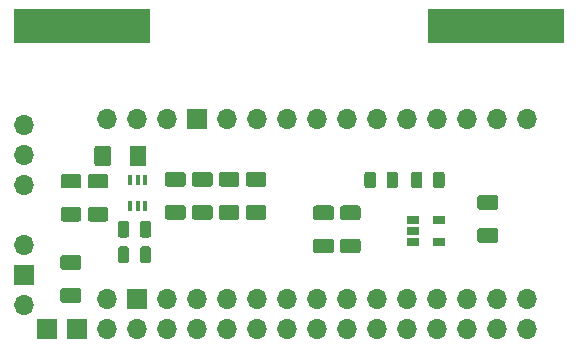
<source format=gbr>
G04 #@! TF.GenerationSoftware,KiCad,Pcbnew,5.1.5+dfsg1-2build2*
G04 #@! TF.CreationDate,2021-06-15T21:01:14+02:00*
G04 #@! TF.ProjectId,circuit9,63697263-7569-4743-992e-6b696361645f,rev?*
G04 #@! TF.SameCoordinates,Original*
G04 #@! TF.FileFunction,Soldermask,Top*
G04 #@! TF.FilePolarity,Negative*
%FSLAX46Y46*%
G04 Gerber Fmt 4.6, Leading zero omitted, Abs format (unit mm)*
G04 Created by KiCad (PCBNEW 5.1.5+dfsg1-2build2) date 2021-06-15 21:01:14*
%MOMM*%
%LPD*%
G04 APERTURE LIST*
%ADD10C,0.100000*%
%ADD11O,1.700000X1.700000*%
%ADD12R,1.700000X1.700000*%
%ADD13R,6.000000X3.000000*%
%ADD14R,0.400000X0.900000*%
%ADD15R,1.060000X0.650000*%
G04 APERTURE END LIST*
D10*
G36*
X35050642Y-43865474D02*
G01*
X35074303Y-43868984D01*
X35097507Y-43874796D01*
X35120029Y-43882854D01*
X35141653Y-43893082D01*
X35162170Y-43905379D01*
X35181383Y-43919629D01*
X35199107Y-43935693D01*
X35215171Y-43953417D01*
X35229421Y-43972630D01*
X35241718Y-43993147D01*
X35251946Y-44014771D01*
X35260004Y-44037293D01*
X35265816Y-44060497D01*
X35269326Y-44084158D01*
X35270500Y-44108050D01*
X35270500Y-45020550D01*
X35269326Y-45044442D01*
X35265816Y-45068103D01*
X35260004Y-45091307D01*
X35251946Y-45113829D01*
X35241718Y-45135453D01*
X35229421Y-45155970D01*
X35215171Y-45175183D01*
X35199107Y-45192907D01*
X35181383Y-45208971D01*
X35162170Y-45223221D01*
X35141653Y-45235518D01*
X35120029Y-45245746D01*
X35097507Y-45253804D01*
X35074303Y-45259616D01*
X35050642Y-45263126D01*
X35026750Y-45264300D01*
X34539250Y-45264300D01*
X34515358Y-45263126D01*
X34491697Y-45259616D01*
X34468493Y-45253804D01*
X34445971Y-45245746D01*
X34424347Y-45235518D01*
X34403830Y-45223221D01*
X34384617Y-45208971D01*
X34366893Y-45192907D01*
X34350829Y-45175183D01*
X34336579Y-45155970D01*
X34324282Y-45135453D01*
X34314054Y-45113829D01*
X34305996Y-45091307D01*
X34300184Y-45068103D01*
X34296674Y-45044442D01*
X34295500Y-45020550D01*
X34295500Y-44108050D01*
X34296674Y-44084158D01*
X34300184Y-44060497D01*
X34305996Y-44037293D01*
X34314054Y-44014771D01*
X34324282Y-43993147D01*
X34336579Y-43972630D01*
X34350829Y-43953417D01*
X34366893Y-43935693D01*
X34384617Y-43919629D01*
X34403830Y-43905379D01*
X34424347Y-43893082D01*
X34445971Y-43882854D01*
X34468493Y-43874796D01*
X34491697Y-43868984D01*
X34515358Y-43865474D01*
X34539250Y-43864300D01*
X35026750Y-43864300D01*
X35050642Y-43865474D01*
G37*
G36*
X33175642Y-43865474D02*
G01*
X33199303Y-43868984D01*
X33222507Y-43874796D01*
X33245029Y-43882854D01*
X33266653Y-43893082D01*
X33287170Y-43905379D01*
X33306383Y-43919629D01*
X33324107Y-43935693D01*
X33340171Y-43953417D01*
X33354421Y-43972630D01*
X33366718Y-43993147D01*
X33376946Y-44014771D01*
X33385004Y-44037293D01*
X33390816Y-44060497D01*
X33394326Y-44084158D01*
X33395500Y-44108050D01*
X33395500Y-45020550D01*
X33394326Y-45044442D01*
X33390816Y-45068103D01*
X33385004Y-45091307D01*
X33376946Y-45113829D01*
X33366718Y-45135453D01*
X33354421Y-45155970D01*
X33340171Y-45175183D01*
X33324107Y-45192907D01*
X33306383Y-45208971D01*
X33287170Y-45223221D01*
X33266653Y-45235518D01*
X33245029Y-45245746D01*
X33222507Y-45253804D01*
X33199303Y-45259616D01*
X33175642Y-45263126D01*
X33151750Y-45264300D01*
X32664250Y-45264300D01*
X32640358Y-45263126D01*
X32616697Y-45259616D01*
X32593493Y-45253804D01*
X32570971Y-45245746D01*
X32549347Y-45235518D01*
X32528830Y-45223221D01*
X32509617Y-45208971D01*
X32491893Y-45192907D01*
X32475829Y-45175183D01*
X32461579Y-45155970D01*
X32449282Y-45135453D01*
X32439054Y-45113829D01*
X32430996Y-45091307D01*
X32425184Y-45068103D01*
X32421674Y-45044442D01*
X32420500Y-45020550D01*
X32420500Y-44108050D01*
X32421674Y-44084158D01*
X32425184Y-44060497D01*
X32430996Y-44037293D01*
X32439054Y-44014771D01*
X32449282Y-43993147D01*
X32461579Y-43972630D01*
X32475829Y-43953417D01*
X32491893Y-43935693D01*
X32509617Y-43919629D01*
X32528830Y-43905379D01*
X32549347Y-43893082D01*
X32570971Y-43882854D01*
X32593493Y-43874796D01*
X32616697Y-43868984D01*
X32640358Y-43865474D01*
X32664250Y-43864300D01*
X33151750Y-43864300D01*
X33175642Y-43865474D01*
G37*
D11*
X67056000Y-50457100D03*
X64516000Y-50457100D03*
X61976000Y-50457100D03*
X59436000Y-50457100D03*
X56896000Y-50457100D03*
X54356000Y-50457100D03*
X51816000Y-50457100D03*
X49276000Y-50457100D03*
X46736000Y-50457100D03*
X44196000Y-50457100D03*
X41656000Y-50457100D03*
X39116000Y-50457100D03*
X36576000Y-50457100D03*
D12*
X34036000Y-50457100D03*
D11*
X31496000Y-50457100D03*
X67056000Y-35217100D03*
X64516000Y-35217100D03*
X61976000Y-35217100D03*
X59436000Y-35217100D03*
X56896000Y-35217100D03*
X54356000Y-35217100D03*
X51816000Y-35217100D03*
X49276000Y-35217100D03*
X46736000Y-35217100D03*
X44196000Y-35217100D03*
X41656000Y-35217100D03*
D12*
X39116000Y-35217100D03*
D11*
X36576000Y-35217100D03*
X34036000Y-35217100D03*
X31496000Y-35217100D03*
D10*
G36*
X55942142Y-39687174D02*
G01*
X55965803Y-39690684D01*
X55989007Y-39696496D01*
X56011529Y-39704554D01*
X56033153Y-39714782D01*
X56053670Y-39727079D01*
X56072883Y-39741329D01*
X56090607Y-39757393D01*
X56106671Y-39775117D01*
X56120921Y-39794330D01*
X56133218Y-39814847D01*
X56143446Y-39836471D01*
X56151504Y-39858993D01*
X56157316Y-39882197D01*
X56160826Y-39905858D01*
X56162000Y-39929750D01*
X56162000Y-40842250D01*
X56160826Y-40866142D01*
X56157316Y-40889803D01*
X56151504Y-40913007D01*
X56143446Y-40935529D01*
X56133218Y-40957153D01*
X56120921Y-40977670D01*
X56106671Y-40996883D01*
X56090607Y-41014607D01*
X56072883Y-41030671D01*
X56053670Y-41044921D01*
X56033153Y-41057218D01*
X56011529Y-41067446D01*
X55989007Y-41075504D01*
X55965803Y-41081316D01*
X55942142Y-41084826D01*
X55918250Y-41086000D01*
X55430750Y-41086000D01*
X55406858Y-41084826D01*
X55383197Y-41081316D01*
X55359993Y-41075504D01*
X55337471Y-41067446D01*
X55315847Y-41057218D01*
X55295330Y-41044921D01*
X55276117Y-41030671D01*
X55258393Y-41014607D01*
X55242329Y-40996883D01*
X55228079Y-40977670D01*
X55215782Y-40957153D01*
X55205554Y-40935529D01*
X55197496Y-40913007D01*
X55191684Y-40889803D01*
X55188174Y-40866142D01*
X55187000Y-40842250D01*
X55187000Y-39929750D01*
X55188174Y-39905858D01*
X55191684Y-39882197D01*
X55197496Y-39858993D01*
X55205554Y-39836471D01*
X55215782Y-39814847D01*
X55228079Y-39794330D01*
X55242329Y-39775117D01*
X55258393Y-39757393D01*
X55276117Y-39741329D01*
X55295330Y-39727079D01*
X55315847Y-39714782D01*
X55337471Y-39704554D01*
X55359993Y-39696496D01*
X55383197Y-39690684D01*
X55406858Y-39687174D01*
X55430750Y-39686000D01*
X55918250Y-39686000D01*
X55942142Y-39687174D01*
G37*
G36*
X54067142Y-39687174D02*
G01*
X54090803Y-39690684D01*
X54114007Y-39696496D01*
X54136529Y-39704554D01*
X54158153Y-39714782D01*
X54178670Y-39727079D01*
X54197883Y-39741329D01*
X54215607Y-39757393D01*
X54231671Y-39775117D01*
X54245921Y-39794330D01*
X54258218Y-39814847D01*
X54268446Y-39836471D01*
X54276504Y-39858993D01*
X54282316Y-39882197D01*
X54285826Y-39905858D01*
X54287000Y-39929750D01*
X54287000Y-40842250D01*
X54285826Y-40866142D01*
X54282316Y-40889803D01*
X54276504Y-40913007D01*
X54268446Y-40935529D01*
X54258218Y-40957153D01*
X54245921Y-40977670D01*
X54231671Y-40996883D01*
X54215607Y-41014607D01*
X54197883Y-41030671D01*
X54178670Y-41044921D01*
X54158153Y-41057218D01*
X54136529Y-41067446D01*
X54114007Y-41075504D01*
X54090803Y-41081316D01*
X54067142Y-41084826D01*
X54043250Y-41086000D01*
X53555750Y-41086000D01*
X53531858Y-41084826D01*
X53508197Y-41081316D01*
X53484993Y-41075504D01*
X53462471Y-41067446D01*
X53440847Y-41057218D01*
X53420330Y-41044921D01*
X53401117Y-41030671D01*
X53383393Y-41014607D01*
X53367329Y-40996883D01*
X53353079Y-40977670D01*
X53340782Y-40957153D01*
X53330554Y-40935529D01*
X53322496Y-40913007D01*
X53316684Y-40889803D01*
X53313174Y-40866142D01*
X53312000Y-40842250D01*
X53312000Y-39929750D01*
X53313174Y-39905858D01*
X53316684Y-39882197D01*
X53322496Y-39858993D01*
X53330554Y-39836471D01*
X53340782Y-39814847D01*
X53353079Y-39794330D01*
X53367329Y-39775117D01*
X53383393Y-39757393D01*
X53401117Y-39741329D01*
X53420330Y-39727079D01*
X53440847Y-39714782D01*
X53462471Y-39704554D01*
X53484993Y-39696496D01*
X53508197Y-39690684D01*
X53531858Y-39687174D01*
X53555750Y-39686000D01*
X54043250Y-39686000D01*
X54067142Y-39687174D01*
G37*
D13*
X61624400Y-27355800D03*
X32224400Y-27355800D03*
X67224400Y-27355800D03*
X26624400Y-27355800D03*
D10*
G36*
X35050642Y-46024474D02*
G01*
X35074303Y-46027984D01*
X35097507Y-46033796D01*
X35120029Y-46041854D01*
X35141653Y-46052082D01*
X35162170Y-46064379D01*
X35181383Y-46078629D01*
X35199107Y-46094693D01*
X35215171Y-46112417D01*
X35229421Y-46131630D01*
X35241718Y-46152147D01*
X35251946Y-46173771D01*
X35260004Y-46196293D01*
X35265816Y-46219497D01*
X35269326Y-46243158D01*
X35270500Y-46267050D01*
X35270500Y-47179550D01*
X35269326Y-47203442D01*
X35265816Y-47227103D01*
X35260004Y-47250307D01*
X35251946Y-47272829D01*
X35241718Y-47294453D01*
X35229421Y-47314970D01*
X35215171Y-47334183D01*
X35199107Y-47351907D01*
X35181383Y-47367971D01*
X35162170Y-47382221D01*
X35141653Y-47394518D01*
X35120029Y-47404746D01*
X35097507Y-47412804D01*
X35074303Y-47418616D01*
X35050642Y-47422126D01*
X35026750Y-47423300D01*
X34539250Y-47423300D01*
X34515358Y-47422126D01*
X34491697Y-47418616D01*
X34468493Y-47412804D01*
X34445971Y-47404746D01*
X34424347Y-47394518D01*
X34403830Y-47382221D01*
X34384617Y-47367971D01*
X34366893Y-47351907D01*
X34350829Y-47334183D01*
X34336579Y-47314970D01*
X34324282Y-47294453D01*
X34314054Y-47272829D01*
X34305996Y-47250307D01*
X34300184Y-47227103D01*
X34296674Y-47203442D01*
X34295500Y-47179550D01*
X34295500Y-46267050D01*
X34296674Y-46243158D01*
X34300184Y-46219497D01*
X34305996Y-46196293D01*
X34314054Y-46173771D01*
X34324282Y-46152147D01*
X34336579Y-46131630D01*
X34350829Y-46112417D01*
X34366893Y-46094693D01*
X34384617Y-46078629D01*
X34403830Y-46064379D01*
X34424347Y-46052082D01*
X34445971Y-46041854D01*
X34468493Y-46033796D01*
X34491697Y-46027984D01*
X34515358Y-46024474D01*
X34539250Y-46023300D01*
X35026750Y-46023300D01*
X35050642Y-46024474D01*
G37*
G36*
X33175642Y-46024474D02*
G01*
X33199303Y-46027984D01*
X33222507Y-46033796D01*
X33245029Y-46041854D01*
X33266653Y-46052082D01*
X33287170Y-46064379D01*
X33306383Y-46078629D01*
X33324107Y-46094693D01*
X33340171Y-46112417D01*
X33354421Y-46131630D01*
X33366718Y-46152147D01*
X33376946Y-46173771D01*
X33385004Y-46196293D01*
X33390816Y-46219497D01*
X33394326Y-46243158D01*
X33395500Y-46267050D01*
X33395500Y-47179550D01*
X33394326Y-47203442D01*
X33390816Y-47227103D01*
X33385004Y-47250307D01*
X33376946Y-47272829D01*
X33366718Y-47294453D01*
X33354421Y-47314970D01*
X33340171Y-47334183D01*
X33324107Y-47351907D01*
X33306383Y-47367971D01*
X33287170Y-47382221D01*
X33266653Y-47394518D01*
X33245029Y-47404746D01*
X33222507Y-47412804D01*
X33199303Y-47418616D01*
X33175642Y-47422126D01*
X33151750Y-47423300D01*
X32664250Y-47423300D01*
X32640358Y-47422126D01*
X32616697Y-47418616D01*
X32593493Y-47412804D01*
X32570971Y-47404746D01*
X32549347Y-47394518D01*
X32528830Y-47382221D01*
X32509617Y-47367971D01*
X32491893Y-47351907D01*
X32475829Y-47334183D01*
X32461579Y-47314970D01*
X32449282Y-47294453D01*
X32439054Y-47272829D01*
X32430996Y-47250307D01*
X32425184Y-47227103D01*
X32421674Y-47203442D01*
X32420500Y-47179550D01*
X32420500Y-46267050D01*
X32421674Y-46243158D01*
X32425184Y-46219497D01*
X32430996Y-46196293D01*
X32439054Y-46173771D01*
X32449282Y-46152147D01*
X32461579Y-46131630D01*
X32475829Y-46112417D01*
X32491893Y-46094693D01*
X32509617Y-46078629D01*
X32528830Y-46064379D01*
X32549347Y-46052082D01*
X32570971Y-46041854D01*
X32593493Y-46033796D01*
X32616697Y-46027984D01*
X32640358Y-46024474D01*
X32664250Y-46023300D01*
X33151750Y-46023300D01*
X33175642Y-46024474D01*
G37*
G36*
X58004142Y-39687174D02*
G01*
X58027803Y-39690684D01*
X58051007Y-39696496D01*
X58073529Y-39704554D01*
X58095153Y-39714782D01*
X58115670Y-39727079D01*
X58134883Y-39741329D01*
X58152607Y-39757393D01*
X58168671Y-39775117D01*
X58182921Y-39794330D01*
X58195218Y-39814847D01*
X58205446Y-39836471D01*
X58213504Y-39858993D01*
X58219316Y-39882197D01*
X58222826Y-39905858D01*
X58224000Y-39929750D01*
X58224000Y-40842250D01*
X58222826Y-40866142D01*
X58219316Y-40889803D01*
X58213504Y-40913007D01*
X58205446Y-40935529D01*
X58195218Y-40957153D01*
X58182921Y-40977670D01*
X58168671Y-40996883D01*
X58152607Y-41014607D01*
X58134883Y-41030671D01*
X58115670Y-41044921D01*
X58095153Y-41057218D01*
X58073529Y-41067446D01*
X58051007Y-41075504D01*
X58027803Y-41081316D01*
X58004142Y-41084826D01*
X57980250Y-41086000D01*
X57492750Y-41086000D01*
X57468858Y-41084826D01*
X57445197Y-41081316D01*
X57421993Y-41075504D01*
X57399471Y-41067446D01*
X57377847Y-41057218D01*
X57357330Y-41044921D01*
X57338117Y-41030671D01*
X57320393Y-41014607D01*
X57304329Y-40996883D01*
X57290079Y-40977670D01*
X57277782Y-40957153D01*
X57267554Y-40935529D01*
X57259496Y-40913007D01*
X57253684Y-40889803D01*
X57250174Y-40866142D01*
X57249000Y-40842250D01*
X57249000Y-39929750D01*
X57250174Y-39905858D01*
X57253684Y-39882197D01*
X57259496Y-39858993D01*
X57267554Y-39836471D01*
X57277782Y-39814847D01*
X57290079Y-39794330D01*
X57304329Y-39775117D01*
X57320393Y-39757393D01*
X57338117Y-39741329D01*
X57357330Y-39727079D01*
X57377847Y-39714782D01*
X57399471Y-39704554D01*
X57421993Y-39696496D01*
X57445197Y-39690684D01*
X57468858Y-39687174D01*
X57492750Y-39686000D01*
X57980250Y-39686000D01*
X58004142Y-39687174D01*
G37*
G36*
X59879142Y-39687174D02*
G01*
X59902803Y-39690684D01*
X59926007Y-39696496D01*
X59948529Y-39704554D01*
X59970153Y-39714782D01*
X59990670Y-39727079D01*
X60009883Y-39741329D01*
X60027607Y-39757393D01*
X60043671Y-39775117D01*
X60057921Y-39794330D01*
X60070218Y-39814847D01*
X60080446Y-39836471D01*
X60088504Y-39858993D01*
X60094316Y-39882197D01*
X60097826Y-39905858D01*
X60099000Y-39929750D01*
X60099000Y-40842250D01*
X60097826Y-40866142D01*
X60094316Y-40889803D01*
X60088504Y-40913007D01*
X60080446Y-40935529D01*
X60070218Y-40957153D01*
X60057921Y-40977670D01*
X60043671Y-40996883D01*
X60027607Y-41014607D01*
X60009883Y-41030671D01*
X59990670Y-41044921D01*
X59970153Y-41057218D01*
X59948529Y-41067446D01*
X59926007Y-41075504D01*
X59902803Y-41081316D01*
X59879142Y-41084826D01*
X59855250Y-41086000D01*
X59367750Y-41086000D01*
X59343858Y-41084826D01*
X59320197Y-41081316D01*
X59296993Y-41075504D01*
X59274471Y-41067446D01*
X59252847Y-41057218D01*
X59232330Y-41044921D01*
X59213117Y-41030671D01*
X59195393Y-41014607D01*
X59179329Y-40996883D01*
X59165079Y-40977670D01*
X59152782Y-40957153D01*
X59142554Y-40935529D01*
X59134496Y-40913007D01*
X59128684Y-40889803D01*
X59125174Y-40866142D01*
X59124000Y-40842250D01*
X59124000Y-39929750D01*
X59125174Y-39905858D01*
X59128684Y-39882197D01*
X59134496Y-39858993D01*
X59142554Y-39836471D01*
X59152782Y-39814847D01*
X59165079Y-39794330D01*
X59179329Y-39775117D01*
X59195393Y-39757393D01*
X59213117Y-39741329D01*
X59232330Y-39727079D01*
X59252847Y-39714782D01*
X59274471Y-39704554D01*
X59296993Y-39696496D01*
X59320197Y-39690684D01*
X59343858Y-39687174D01*
X59367750Y-39686000D01*
X59855250Y-39686000D01*
X59879142Y-39687174D01*
G37*
D11*
X24521160Y-40815260D03*
X24521160Y-38275260D03*
X24521160Y-35735260D03*
D14*
X33474900Y-42603600D03*
X34774900Y-42603600D03*
X34124900Y-40403600D03*
X34124900Y-42603600D03*
X34774900Y-40403600D03*
X33474900Y-40403600D03*
D15*
X57447000Y-43754000D03*
X57447000Y-44704000D03*
X57447000Y-45654000D03*
X59647000Y-45654000D03*
X59647000Y-43754000D03*
D10*
G36*
X31408904Y-39860804D02*
G01*
X31433173Y-39864404D01*
X31456971Y-39870365D01*
X31480071Y-39878630D01*
X31502249Y-39889120D01*
X31523293Y-39901733D01*
X31542998Y-39916347D01*
X31561177Y-39932823D01*
X31577653Y-39951002D01*
X31592267Y-39970707D01*
X31604880Y-39991751D01*
X31615370Y-40013929D01*
X31623635Y-40037029D01*
X31629596Y-40060827D01*
X31633196Y-40085096D01*
X31634400Y-40109600D01*
X31634400Y-40859600D01*
X31633196Y-40884104D01*
X31629596Y-40908373D01*
X31623635Y-40932171D01*
X31615370Y-40955271D01*
X31604880Y-40977449D01*
X31592267Y-40998493D01*
X31577653Y-41018198D01*
X31561177Y-41036377D01*
X31542998Y-41052853D01*
X31523293Y-41067467D01*
X31502249Y-41080080D01*
X31480071Y-41090570D01*
X31456971Y-41098835D01*
X31433173Y-41104796D01*
X31408904Y-41108396D01*
X31384400Y-41109600D01*
X30134400Y-41109600D01*
X30109896Y-41108396D01*
X30085627Y-41104796D01*
X30061829Y-41098835D01*
X30038729Y-41090570D01*
X30016551Y-41080080D01*
X29995507Y-41067467D01*
X29975802Y-41052853D01*
X29957623Y-41036377D01*
X29941147Y-41018198D01*
X29926533Y-40998493D01*
X29913920Y-40977449D01*
X29903430Y-40955271D01*
X29895165Y-40932171D01*
X29889204Y-40908373D01*
X29885604Y-40884104D01*
X29884400Y-40859600D01*
X29884400Y-40109600D01*
X29885604Y-40085096D01*
X29889204Y-40060827D01*
X29895165Y-40037029D01*
X29903430Y-40013929D01*
X29913920Y-39991751D01*
X29926533Y-39970707D01*
X29941147Y-39951002D01*
X29957623Y-39932823D01*
X29975802Y-39916347D01*
X29995507Y-39901733D01*
X30016551Y-39889120D01*
X30038729Y-39878630D01*
X30061829Y-39870365D01*
X30085627Y-39864404D01*
X30109896Y-39860804D01*
X30134400Y-39859600D01*
X31384400Y-39859600D01*
X31408904Y-39860804D01*
G37*
G36*
X31408904Y-42660804D02*
G01*
X31433173Y-42664404D01*
X31456971Y-42670365D01*
X31480071Y-42678630D01*
X31502249Y-42689120D01*
X31523293Y-42701733D01*
X31542998Y-42716347D01*
X31561177Y-42732823D01*
X31577653Y-42751002D01*
X31592267Y-42770707D01*
X31604880Y-42791751D01*
X31615370Y-42813929D01*
X31623635Y-42837029D01*
X31629596Y-42860827D01*
X31633196Y-42885096D01*
X31634400Y-42909600D01*
X31634400Y-43659600D01*
X31633196Y-43684104D01*
X31629596Y-43708373D01*
X31623635Y-43732171D01*
X31615370Y-43755271D01*
X31604880Y-43777449D01*
X31592267Y-43798493D01*
X31577653Y-43818198D01*
X31561177Y-43836377D01*
X31542998Y-43852853D01*
X31523293Y-43867467D01*
X31502249Y-43880080D01*
X31480071Y-43890570D01*
X31456971Y-43898835D01*
X31433173Y-43904796D01*
X31408904Y-43908396D01*
X31384400Y-43909600D01*
X30134400Y-43909600D01*
X30109896Y-43908396D01*
X30085627Y-43904796D01*
X30061829Y-43898835D01*
X30038729Y-43890570D01*
X30016551Y-43880080D01*
X29995507Y-43867467D01*
X29975802Y-43852853D01*
X29957623Y-43836377D01*
X29941147Y-43818198D01*
X29926533Y-43798493D01*
X29913920Y-43777449D01*
X29903430Y-43755271D01*
X29895165Y-43732171D01*
X29889204Y-43708373D01*
X29885604Y-43684104D01*
X29884400Y-43659600D01*
X29884400Y-42909600D01*
X29885604Y-42885096D01*
X29889204Y-42860827D01*
X29895165Y-42837029D01*
X29903430Y-42813929D01*
X29913920Y-42791751D01*
X29926533Y-42770707D01*
X29941147Y-42751002D01*
X29957623Y-42732823D01*
X29975802Y-42716347D01*
X29995507Y-42701733D01*
X30016551Y-42689120D01*
X30038729Y-42678630D01*
X30061829Y-42670365D01*
X30085627Y-42664404D01*
X30109896Y-42660804D01*
X30134400Y-42659600D01*
X31384400Y-42659600D01*
X31408904Y-42660804D01*
G37*
G36*
X29122904Y-42660804D02*
G01*
X29147173Y-42664404D01*
X29170971Y-42670365D01*
X29194071Y-42678630D01*
X29216249Y-42689120D01*
X29237293Y-42701733D01*
X29256998Y-42716347D01*
X29275177Y-42732823D01*
X29291653Y-42751002D01*
X29306267Y-42770707D01*
X29318880Y-42791751D01*
X29329370Y-42813929D01*
X29337635Y-42837029D01*
X29343596Y-42860827D01*
X29347196Y-42885096D01*
X29348400Y-42909600D01*
X29348400Y-43659600D01*
X29347196Y-43684104D01*
X29343596Y-43708373D01*
X29337635Y-43732171D01*
X29329370Y-43755271D01*
X29318880Y-43777449D01*
X29306267Y-43798493D01*
X29291653Y-43818198D01*
X29275177Y-43836377D01*
X29256998Y-43852853D01*
X29237293Y-43867467D01*
X29216249Y-43880080D01*
X29194071Y-43890570D01*
X29170971Y-43898835D01*
X29147173Y-43904796D01*
X29122904Y-43908396D01*
X29098400Y-43909600D01*
X27848400Y-43909600D01*
X27823896Y-43908396D01*
X27799627Y-43904796D01*
X27775829Y-43898835D01*
X27752729Y-43890570D01*
X27730551Y-43880080D01*
X27709507Y-43867467D01*
X27689802Y-43852853D01*
X27671623Y-43836377D01*
X27655147Y-43818198D01*
X27640533Y-43798493D01*
X27627920Y-43777449D01*
X27617430Y-43755271D01*
X27609165Y-43732171D01*
X27603204Y-43708373D01*
X27599604Y-43684104D01*
X27598400Y-43659600D01*
X27598400Y-42909600D01*
X27599604Y-42885096D01*
X27603204Y-42860827D01*
X27609165Y-42837029D01*
X27617430Y-42813929D01*
X27627920Y-42791751D01*
X27640533Y-42770707D01*
X27655147Y-42751002D01*
X27671623Y-42732823D01*
X27689802Y-42716347D01*
X27709507Y-42701733D01*
X27730551Y-42689120D01*
X27752729Y-42678630D01*
X27775829Y-42670365D01*
X27799627Y-42664404D01*
X27823896Y-42660804D01*
X27848400Y-42659600D01*
X29098400Y-42659600D01*
X29122904Y-42660804D01*
G37*
G36*
X29122904Y-39860804D02*
G01*
X29147173Y-39864404D01*
X29170971Y-39870365D01*
X29194071Y-39878630D01*
X29216249Y-39889120D01*
X29237293Y-39901733D01*
X29256998Y-39916347D01*
X29275177Y-39932823D01*
X29291653Y-39951002D01*
X29306267Y-39970707D01*
X29318880Y-39991751D01*
X29329370Y-40013929D01*
X29337635Y-40037029D01*
X29343596Y-40060827D01*
X29347196Y-40085096D01*
X29348400Y-40109600D01*
X29348400Y-40859600D01*
X29347196Y-40884104D01*
X29343596Y-40908373D01*
X29337635Y-40932171D01*
X29329370Y-40955271D01*
X29318880Y-40977449D01*
X29306267Y-40998493D01*
X29291653Y-41018198D01*
X29275177Y-41036377D01*
X29256998Y-41052853D01*
X29237293Y-41067467D01*
X29216249Y-41080080D01*
X29194071Y-41090570D01*
X29170971Y-41098835D01*
X29147173Y-41104796D01*
X29122904Y-41108396D01*
X29098400Y-41109600D01*
X27848400Y-41109600D01*
X27823896Y-41108396D01*
X27799627Y-41104796D01*
X27775829Y-41098835D01*
X27752729Y-41090570D01*
X27730551Y-41080080D01*
X27709507Y-41067467D01*
X27689802Y-41052853D01*
X27671623Y-41036377D01*
X27655147Y-41018198D01*
X27640533Y-40998493D01*
X27627920Y-40977449D01*
X27617430Y-40955271D01*
X27609165Y-40932171D01*
X27603204Y-40908373D01*
X27599604Y-40884104D01*
X27598400Y-40859600D01*
X27598400Y-40109600D01*
X27599604Y-40085096D01*
X27603204Y-40060827D01*
X27609165Y-40037029D01*
X27617430Y-40013929D01*
X27627920Y-39991751D01*
X27640533Y-39970707D01*
X27655147Y-39951002D01*
X27671623Y-39932823D01*
X27689802Y-39916347D01*
X27709507Y-39901733D01*
X27730551Y-39889120D01*
X27752729Y-39878630D01*
X27775829Y-39870365D01*
X27799627Y-39864404D01*
X27823896Y-39860804D01*
X27848400Y-39859600D01*
X29098400Y-39859600D01*
X29122904Y-39860804D01*
G37*
G36*
X37949404Y-39708404D02*
G01*
X37973673Y-39712004D01*
X37997471Y-39717965D01*
X38020571Y-39726230D01*
X38042749Y-39736720D01*
X38063793Y-39749333D01*
X38083498Y-39763947D01*
X38101677Y-39780423D01*
X38118153Y-39798602D01*
X38132767Y-39818307D01*
X38145380Y-39839351D01*
X38155870Y-39861529D01*
X38164135Y-39884629D01*
X38170096Y-39908427D01*
X38173696Y-39932696D01*
X38174900Y-39957200D01*
X38174900Y-40707200D01*
X38173696Y-40731704D01*
X38170096Y-40755973D01*
X38164135Y-40779771D01*
X38155870Y-40802871D01*
X38145380Y-40825049D01*
X38132767Y-40846093D01*
X38118153Y-40865798D01*
X38101677Y-40883977D01*
X38083498Y-40900453D01*
X38063793Y-40915067D01*
X38042749Y-40927680D01*
X38020571Y-40938170D01*
X37997471Y-40946435D01*
X37973673Y-40952396D01*
X37949404Y-40955996D01*
X37924900Y-40957200D01*
X36674900Y-40957200D01*
X36650396Y-40955996D01*
X36626127Y-40952396D01*
X36602329Y-40946435D01*
X36579229Y-40938170D01*
X36557051Y-40927680D01*
X36536007Y-40915067D01*
X36516302Y-40900453D01*
X36498123Y-40883977D01*
X36481647Y-40865798D01*
X36467033Y-40846093D01*
X36454420Y-40825049D01*
X36443930Y-40802871D01*
X36435665Y-40779771D01*
X36429704Y-40755973D01*
X36426104Y-40731704D01*
X36424900Y-40707200D01*
X36424900Y-39957200D01*
X36426104Y-39932696D01*
X36429704Y-39908427D01*
X36435665Y-39884629D01*
X36443930Y-39861529D01*
X36454420Y-39839351D01*
X36467033Y-39818307D01*
X36481647Y-39798602D01*
X36498123Y-39780423D01*
X36516302Y-39763947D01*
X36536007Y-39749333D01*
X36557051Y-39736720D01*
X36579229Y-39726230D01*
X36602329Y-39717965D01*
X36626127Y-39712004D01*
X36650396Y-39708404D01*
X36674900Y-39707200D01*
X37924900Y-39707200D01*
X37949404Y-39708404D01*
G37*
G36*
X37949404Y-42508404D02*
G01*
X37973673Y-42512004D01*
X37997471Y-42517965D01*
X38020571Y-42526230D01*
X38042749Y-42536720D01*
X38063793Y-42549333D01*
X38083498Y-42563947D01*
X38101677Y-42580423D01*
X38118153Y-42598602D01*
X38132767Y-42618307D01*
X38145380Y-42639351D01*
X38155870Y-42661529D01*
X38164135Y-42684629D01*
X38170096Y-42708427D01*
X38173696Y-42732696D01*
X38174900Y-42757200D01*
X38174900Y-43507200D01*
X38173696Y-43531704D01*
X38170096Y-43555973D01*
X38164135Y-43579771D01*
X38155870Y-43602871D01*
X38145380Y-43625049D01*
X38132767Y-43646093D01*
X38118153Y-43665798D01*
X38101677Y-43683977D01*
X38083498Y-43700453D01*
X38063793Y-43715067D01*
X38042749Y-43727680D01*
X38020571Y-43738170D01*
X37997471Y-43746435D01*
X37973673Y-43752396D01*
X37949404Y-43755996D01*
X37924900Y-43757200D01*
X36674900Y-43757200D01*
X36650396Y-43755996D01*
X36626127Y-43752396D01*
X36602329Y-43746435D01*
X36579229Y-43738170D01*
X36557051Y-43727680D01*
X36536007Y-43715067D01*
X36516302Y-43700453D01*
X36498123Y-43683977D01*
X36481647Y-43665798D01*
X36467033Y-43646093D01*
X36454420Y-43625049D01*
X36443930Y-43602871D01*
X36435665Y-43579771D01*
X36429704Y-43555973D01*
X36426104Y-43531704D01*
X36424900Y-43507200D01*
X36424900Y-42757200D01*
X36426104Y-42732696D01*
X36429704Y-42708427D01*
X36435665Y-42684629D01*
X36443930Y-42661529D01*
X36454420Y-42639351D01*
X36467033Y-42618307D01*
X36481647Y-42598602D01*
X36498123Y-42580423D01*
X36516302Y-42563947D01*
X36536007Y-42549333D01*
X36557051Y-42536720D01*
X36579229Y-42526230D01*
X36602329Y-42517965D01*
X36626127Y-42512004D01*
X36650396Y-42508404D01*
X36674900Y-42507200D01*
X37924900Y-42507200D01*
X37949404Y-42508404D01*
G37*
G36*
X40235404Y-42508404D02*
G01*
X40259673Y-42512004D01*
X40283471Y-42517965D01*
X40306571Y-42526230D01*
X40328749Y-42536720D01*
X40349793Y-42549333D01*
X40369498Y-42563947D01*
X40387677Y-42580423D01*
X40404153Y-42598602D01*
X40418767Y-42618307D01*
X40431380Y-42639351D01*
X40441870Y-42661529D01*
X40450135Y-42684629D01*
X40456096Y-42708427D01*
X40459696Y-42732696D01*
X40460900Y-42757200D01*
X40460900Y-43507200D01*
X40459696Y-43531704D01*
X40456096Y-43555973D01*
X40450135Y-43579771D01*
X40441870Y-43602871D01*
X40431380Y-43625049D01*
X40418767Y-43646093D01*
X40404153Y-43665798D01*
X40387677Y-43683977D01*
X40369498Y-43700453D01*
X40349793Y-43715067D01*
X40328749Y-43727680D01*
X40306571Y-43738170D01*
X40283471Y-43746435D01*
X40259673Y-43752396D01*
X40235404Y-43755996D01*
X40210900Y-43757200D01*
X38960900Y-43757200D01*
X38936396Y-43755996D01*
X38912127Y-43752396D01*
X38888329Y-43746435D01*
X38865229Y-43738170D01*
X38843051Y-43727680D01*
X38822007Y-43715067D01*
X38802302Y-43700453D01*
X38784123Y-43683977D01*
X38767647Y-43665798D01*
X38753033Y-43646093D01*
X38740420Y-43625049D01*
X38729930Y-43602871D01*
X38721665Y-43579771D01*
X38715704Y-43555973D01*
X38712104Y-43531704D01*
X38710900Y-43507200D01*
X38710900Y-42757200D01*
X38712104Y-42732696D01*
X38715704Y-42708427D01*
X38721665Y-42684629D01*
X38729930Y-42661529D01*
X38740420Y-42639351D01*
X38753033Y-42618307D01*
X38767647Y-42598602D01*
X38784123Y-42580423D01*
X38802302Y-42563947D01*
X38822007Y-42549333D01*
X38843051Y-42536720D01*
X38865229Y-42526230D01*
X38888329Y-42517965D01*
X38912127Y-42512004D01*
X38936396Y-42508404D01*
X38960900Y-42507200D01*
X40210900Y-42507200D01*
X40235404Y-42508404D01*
G37*
G36*
X40235404Y-39708404D02*
G01*
X40259673Y-39712004D01*
X40283471Y-39717965D01*
X40306571Y-39726230D01*
X40328749Y-39736720D01*
X40349793Y-39749333D01*
X40369498Y-39763947D01*
X40387677Y-39780423D01*
X40404153Y-39798602D01*
X40418767Y-39818307D01*
X40431380Y-39839351D01*
X40441870Y-39861529D01*
X40450135Y-39884629D01*
X40456096Y-39908427D01*
X40459696Y-39932696D01*
X40460900Y-39957200D01*
X40460900Y-40707200D01*
X40459696Y-40731704D01*
X40456096Y-40755973D01*
X40450135Y-40779771D01*
X40441870Y-40802871D01*
X40431380Y-40825049D01*
X40418767Y-40846093D01*
X40404153Y-40865798D01*
X40387677Y-40883977D01*
X40369498Y-40900453D01*
X40349793Y-40915067D01*
X40328749Y-40927680D01*
X40306571Y-40938170D01*
X40283471Y-40946435D01*
X40259673Y-40952396D01*
X40235404Y-40955996D01*
X40210900Y-40957200D01*
X38960900Y-40957200D01*
X38936396Y-40955996D01*
X38912127Y-40952396D01*
X38888329Y-40946435D01*
X38865229Y-40938170D01*
X38843051Y-40927680D01*
X38822007Y-40915067D01*
X38802302Y-40900453D01*
X38784123Y-40883977D01*
X38767647Y-40865798D01*
X38753033Y-40846093D01*
X38740420Y-40825049D01*
X38729930Y-40802871D01*
X38721665Y-40779771D01*
X38715704Y-40755973D01*
X38712104Y-40731704D01*
X38710900Y-40707200D01*
X38710900Y-39957200D01*
X38712104Y-39932696D01*
X38715704Y-39908427D01*
X38721665Y-39884629D01*
X38729930Y-39861529D01*
X38740420Y-39839351D01*
X38753033Y-39818307D01*
X38767647Y-39798602D01*
X38784123Y-39780423D01*
X38802302Y-39763947D01*
X38822007Y-39749333D01*
X38843051Y-39736720D01*
X38865229Y-39726230D01*
X38888329Y-39717965D01*
X38912127Y-39712004D01*
X38936396Y-39708404D01*
X38960900Y-39707200D01*
X40210900Y-39707200D01*
X40235404Y-39708404D01*
G37*
G36*
X29097504Y-49544204D02*
G01*
X29121773Y-49547804D01*
X29145571Y-49553765D01*
X29168671Y-49562030D01*
X29190849Y-49572520D01*
X29211893Y-49585133D01*
X29231598Y-49599747D01*
X29249777Y-49616223D01*
X29266253Y-49634402D01*
X29280867Y-49654107D01*
X29293480Y-49675151D01*
X29303970Y-49697329D01*
X29312235Y-49720429D01*
X29318196Y-49744227D01*
X29321796Y-49768496D01*
X29323000Y-49793000D01*
X29323000Y-50543000D01*
X29321796Y-50567504D01*
X29318196Y-50591773D01*
X29312235Y-50615571D01*
X29303970Y-50638671D01*
X29293480Y-50660849D01*
X29280867Y-50681893D01*
X29266253Y-50701598D01*
X29249777Y-50719777D01*
X29231598Y-50736253D01*
X29211893Y-50750867D01*
X29190849Y-50763480D01*
X29168671Y-50773970D01*
X29145571Y-50782235D01*
X29121773Y-50788196D01*
X29097504Y-50791796D01*
X29073000Y-50793000D01*
X27823000Y-50793000D01*
X27798496Y-50791796D01*
X27774227Y-50788196D01*
X27750429Y-50782235D01*
X27727329Y-50773970D01*
X27705151Y-50763480D01*
X27684107Y-50750867D01*
X27664402Y-50736253D01*
X27646223Y-50719777D01*
X27629747Y-50701598D01*
X27615133Y-50681893D01*
X27602520Y-50660849D01*
X27592030Y-50638671D01*
X27583765Y-50615571D01*
X27577804Y-50591773D01*
X27574204Y-50567504D01*
X27573000Y-50543000D01*
X27573000Y-49793000D01*
X27574204Y-49768496D01*
X27577804Y-49744227D01*
X27583765Y-49720429D01*
X27592030Y-49697329D01*
X27602520Y-49675151D01*
X27615133Y-49654107D01*
X27629747Y-49634402D01*
X27646223Y-49616223D01*
X27664402Y-49599747D01*
X27684107Y-49585133D01*
X27705151Y-49572520D01*
X27727329Y-49562030D01*
X27750429Y-49553765D01*
X27774227Y-49547804D01*
X27798496Y-49544204D01*
X27823000Y-49543000D01*
X29073000Y-49543000D01*
X29097504Y-49544204D01*
G37*
G36*
X29097504Y-46744204D02*
G01*
X29121773Y-46747804D01*
X29145571Y-46753765D01*
X29168671Y-46762030D01*
X29190849Y-46772520D01*
X29211893Y-46785133D01*
X29231598Y-46799747D01*
X29249777Y-46816223D01*
X29266253Y-46834402D01*
X29280867Y-46854107D01*
X29293480Y-46875151D01*
X29303970Y-46897329D01*
X29312235Y-46920429D01*
X29318196Y-46944227D01*
X29321796Y-46968496D01*
X29323000Y-46993000D01*
X29323000Y-47743000D01*
X29321796Y-47767504D01*
X29318196Y-47791773D01*
X29312235Y-47815571D01*
X29303970Y-47838671D01*
X29293480Y-47860849D01*
X29280867Y-47881893D01*
X29266253Y-47901598D01*
X29249777Y-47919777D01*
X29231598Y-47936253D01*
X29211893Y-47950867D01*
X29190849Y-47963480D01*
X29168671Y-47973970D01*
X29145571Y-47982235D01*
X29121773Y-47988196D01*
X29097504Y-47991796D01*
X29073000Y-47993000D01*
X27823000Y-47993000D01*
X27798496Y-47991796D01*
X27774227Y-47988196D01*
X27750429Y-47982235D01*
X27727329Y-47973970D01*
X27705151Y-47963480D01*
X27684107Y-47950867D01*
X27664402Y-47936253D01*
X27646223Y-47919777D01*
X27629747Y-47901598D01*
X27615133Y-47881893D01*
X27602520Y-47860849D01*
X27592030Y-47838671D01*
X27583765Y-47815571D01*
X27577804Y-47791773D01*
X27574204Y-47767504D01*
X27573000Y-47743000D01*
X27573000Y-46993000D01*
X27574204Y-46968496D01*
X27577804Y-46944227D01*
X27583765Y-46920429D01*
X27592030Y-46897329D01*
X27602520Y-46875151D01*
X27615133Y-46854107D01*
X27629747Y-46834402D01*
X27646223Y-46816223D01*
X27664402Y-46799747D01*
X27684107Y-46785133D01*
X27705151Y-46772520D01*
X27727329Y-46762030D01*
X27750429Y-46753765D01*
X27774227Y-46747804D01*
X27798496Y-46744204D01*
X27823000Y-46743000D01*
X29073000Y-46743000D01*
X29097504Y-46744204D01*
G37*
G36*
X64403504Y-44464204D02*
G01*
X64427773Y-44467804D01*
X64451571Y-44473765D01*
X64474671Y-44482030D01*
X64496849Y-44492520D01*
X64517893Y-44505133D01*
X64537598Y-44519747D01*
X64555777Y-44536223D01*
X64572253Y-44554402D01*
X64586867Y-44574107D01*
X64599480Y-44595151D01*
X64609970Y-44617329D01*
X64618235Y-44640429D01*
X64624196Y-44664227D01*
X64627796Y-44688496D01*
X64629000Y-44713000D01*
X64629000Y-45463000D01*
X64627796Y-45487504D01*
X64624196Y-45511773D01*
X64618235Y-45535571D01*
X64609970Y-45558671D01*
X64599480Y-45580849D01*
X64586867Y-45601893D01*
X64572253Y-45621598D01*
X64555777Y-45639777D01*
X64537598Y-45656253D01*
X64517893Y-45670867D01*
X64496849Y-45683480D01*
X64474671Y-45693970D01*
X64451571Y-45702235D01*
X64427773Y-45708196D01*
X64403504Y-45711796D01*
X64379000Y-45713000D01*
X63129000Y-45713000D01*
X63104496Y-45711796D01*
X63080227Y-45708196D01*
X63056429Y-45702235D01*
X63033329Y-45693970D01*
X63011151Y-45683480D01*
X62990107Y-45670867D01*
X62970402Y-45656253D01*
X62952223Y-45639777D01*
X62935747Y-45621598D01*
X62921133Y-45601893D01*
X62908520Y-45580849D01*
X62898030Y-45558671D01*
X62889765Y-45535571D01*
X62883804Y-45511773D01*
X62880204Y-45487504D01*
X62879000Y-45463000D01*
X62879000Y-44713000D01*
X62880204Y-44688496D01*
X62883804Y-44664227D01*
X62889765Y-44640429D01*
X62898030Y-44617329D01*
X62908520Y-44595151D01*
X62921133Y-44574107D01*
X62935747Y-44554402D01*
X62952223Y-44536223D01*
X62970402Y-44519747D01*
X62990107Y-44505133D01*
X63011151Y-44492520D01*
X63033329Y-44482030D01*
X63056429Y-44473765D01*
X63080227Y-44467804D01*
X63104496Y-44464204D01*
X63129000Y-44463000D01*
X64379000Y-44463000D01*
X64403504Y-44464204D01*
G37*
G36*
X64403504Y-41664204D02*
G01*
X64427773Y-41667804D01*
X64451571Y-41673765D01*
X64474671Y-41682030D01*
X64496849Y-41692520D01*
X64517893Y-41705133D01*
X64537598Y-41719747D01*
X64555777Y-41736223D01*
X64572253Y-41754402D01*
X64586867Y-41774107D01*
X64599480Y-41795151D01*
X64609970Y-41817329D01*
X64618235Y-41840429D01*
X64624196Y-41864227D01*
X64627796Y-41888496D01*
X64629000Y-41913000D01*
X64629000Y-42663000D01*
X64627796Y-42687504D01*
X64624196Y-42711773D01*
X64618235Y-42735571D01*
X64609970Y-42758671D01*
X64599480Y-42780849D01*
X64586867Y-42801893D01*
X64572253Y-42821598D01*
X64555777Y-42839777D01*
X64537598Y-42856253D01*
X64517893Y-42870867D01*
X64496849Y-42883480D01*
X64474671Y-42893970D01*
X64451571Y-42902235D01*
X64427773Y-42908196D01*
X64403504Y-42911796D01*
X64379000Y-42913000D01*
X63129000Y-42913000D01*
X63104496Y-42911796D01*
X63080227Y-42908196D01*
X63056429Y-42902235D01*
X63033329Y-42893970D01*
X63011151Y-42883480D01*
X62990107Y-42870867D01*
X62970402Y-42856253D01*
X62952223Y-42839777D01*
X62935747Y-42821598D01*
X62921133Y-42801893D01*
X62908520Y-42780849D01*
X62898030Y-42758671D01*
X62889765Y-42735571D01*
X62883804Y-42711773D01*
X62880204Y-42687504D01*
X62879000Y-42663000D01*
X62879000Y-41913000D01*
X62880204Y-41888496D01*
X62883804Y-41864227D01*
X62889765Y-41840429D01*
X62898030Y-41817329D01*
X62908520Y-41795151D01*
X62921133Y-41774107D01*
X62935747Y-41754402D01*
X62952223Y-41736223D01*
X62970402Y-41719747D01*
X62990107Y-41705133D01*
X63011151Y-41692520D01*
X63033329Y-41682030D01*
X63056429Y-41673765D01*
X63080227Y-41667804D01*
X63104496Y-41664204D01*
X63129000Y-41663000D01*
X64379000Y-41663000D01*
X64403504Y-41664204D01*
G37*
G36*
X50497004Y-42553204D02*
G01*
X50521273Y-42556804D01*
X50545071Y-42562765D01*
X50568171Y-42571030D01*
X50590349Y-42581520D01*
X50611393Y-42594133D01*
X50631098Y-42608747D01*
X50649277Y-42625223D01*
X50665753Y-42643402D01*
X50680367Y-42663107D01*
X50692980Y-42684151D01*
X50703470Y-42706329D01*
X50711735Y-42729429D01*
X50717696Y-42753227D01*
X50721296Y-42777496D01*
X50722500Y-42802000D01*
X50722500Y-43552000D01*
X50721296Y-43576504D01*
X50717696Y-43600773D01*
X50711735Y-43624571D01*
X50703470Y-43647671D01*
X50692980Y-43669849D01*
X50680367Y-43690893D01*
X50665753Y-43710598D01*
X50649277Y-43728777D01*
X50631098Y-43745253D01*
X50611393Y-43759867D01*
X50590349Y-43772480D01*
X50568171Y-43782970D01*
X50545071Y-43791235D01*
X50521273Y-43797196D01*
X50497004Y-43800796D01*
X50472500Y-43802000D01*
X49222500Y-43802000D01*
X49197996Y-43800796D01*
X49173727Y-43797196D01*
X49149929Y-43791235D01*
X49126829Y-43782970D01*
X49104651Y-43772480D01*
X49083607Y-43759867D01*
X49063902Y-43745253D01*
X49045723Y-43728777D01*
X49029247Y-43710598D01*
X49014633Y-43690893D01*
X49002020Y-43669849D01*
X48991530Y-43647671D01*
X48983265Y-43624571D01*
X48977304Y-43600773D01*
X48973704Y-43576504D01*
X48972500Y-43552000D01*
X48972500Y-42802000D01*
X48973704Y-42777496D01*
X48977304Y-42753227D01*
X48983265Y-42729429D01*
X48991530Y-42706329D01*
X49002020Y-42684151D01*
X49014633Y-42663107D01*
X49029247Y-42643402D01*
X49045723Y-42625223D01*
X49063902Y-42608747D01*
X49083607Y-42594133D01*
X49104651Y-42581520D01*
X49126829Y-42571030D01*
X49149929Y-42562765D01*
X49173727Y-42556804D01*
X49197996Y-42553204D01*
X49222500Y-42552000D01*
X50472500Y-42552000D01*
X50497004Y-42553204D01*
G37*
G36*
X50497004Y-45353204D02*
G01*
X50521273Y-45356804D01*
X50545071Y-45362765D01*
X50568171Y-45371030D01*
X50590349Y-45381520D01*
X50611393Y-45394133D01*
X50631098Y-45408747D01*
X50649277Y-45425223D01*
X50665753Y-45443402D01*
X50680367Y-45463107D01*
X50692980Y-45484151D01*
X50703470Y-45506329D01*
X50711735Y-45529429D01*
X50717696Y-45553227D01*
X50721296Y-45577496D01*
X50722500Y-45602000D01*
X50722500Y-46352000D01*
X50721296Y-46376504D01*
X50717696Y-46400773D01*
X50711735Y-46424571D01*
X50703470Y-46447671D01*
X50692980Y-46469849D01*
X50680367Y-46490893D01*
X50665753Y-46510598D01*
X50649277Y-46528777D01*
X50631098Y-46545253D01*
X50611393Y-46559867D01*
X50590349Y-46572480D01*
X50568171Y-46582970D01*
X50545071Y-46591235D01*
X50521273Y-46597196D01*
X50497004Y-46600796D01*
X50472500Y-46602000D01*
X49222500Y-46602000D01*
X49197996Y-46600796D01*
X49173727Y-46597196D01*
X49149929Y-46591235D01*
X49126829Y-46582970D01*
X49104651Y-46572480D01*
X49083607Y-46559867D01*
X49063902Y-46545253D01*
X49045723Y-46528777D01*
X49029247Y-46510598D01*
X49014633Y-46490893D01*
X49002020Y-46469849D01*
X48991530Y-46447671D01*
X48983265Y-46424571D01*
X48977304Y-46400773D01*
X48973704Y-46376504D01*
X48972500Y-46352000D01*
X48972500Y-45602000D01*
X48973704Y-45577496D01*
X48977304Y-45553227D01*
X48983265Y-45529429D01*
X48991530Y-45506329D01*
X49002020Y-45484151D01*
X49014633Y-45463107D01*
X49029247Y-45443402D01*
X49045723Y-45425223D01*
X49063902Y-45408747D01*
X49083607Y-45394133D01*
X49104651Y-45381520D01*
X49126829Y-45371030D01*
X49149929Y-45362765D01*
X49173727Y-45356804D01*
X49197996Y-45353204D01*
X49222500Y-45352000D01*
X50472500Y-45352000D01*
X50497004Y-45353204D01*
G37*
G36*
X52757604Y-45353204D02*
G01*
X52781873Y-45356804D01*
X52805671Y-45362765D01*
X52828771Y-45371030D01*
X52850949Y-45381520D01*
X52871993Y-45394133D01*
X52891698Y-45408747D01*
X52909877Y-45425223D01*
X52926353Y-45443402D01*
X52940967Y-45463107D01*
X52953580Y-45484151D01*
X52964070Y-45506329D01*
X52972335Y-45529429D01*
X52978296Y-45553227D01*
X52981896Y-45577496D01*
X52983100Y-45602000D01*
X52983100Y-46352000D01*
X52981896Y-46376504D01*
X52978296Y-46400773D01*
X52972335Y-46424571D01*
X52964070Y-46447671D01*
X52953580Y-46469849D01*
X52940967Y-46490893D01*
X52926353Y-46510598D01*
X52909877Y-46528777D01*
X52891698Y-46545253D01*
X52871993Y-46559867D01*
X52850949Y-46572480D01*
X52828771Y-46582970D01*
X52805671Y-46591235D01*
X52781873Y-46597196D01*
X52757604Y-46600796D01*
X52733100Y-46602000D01*
X51483100Y-46602000D01*
X51458596Y-46600796D01*
X51434327Y-46597196D01*
X51410529Y-46591235D01*
X51387429Y-46582970D01*
X51365251Y-46572480D01*
X51344207Y-46559867D01*
X51324502Y-46545253D01*
X51306323Y-46528777D01*
X51289847Y-46510598D01*
X51275233Y-46490893D01*
X51262620Y-46469849D01*
X51252130Y-46447671D01*
X51243865Y-46424571D01*
X51237904Y-46400773D01*
X51234304Y-46376504D01*
X51233100Y-46352000D01*
X51233100Y-45602000D01*
X51234304Y-45577496D01*
X51237904Y-45553227D01*
X51243865Y-45529429D01*
X51252130Y-45506329D01*
X51262620Y-45484151D01*
X51275233Y-45463107D01*
X51289847Y-45443402D01*
X51306323Y-45425223D01*
X51324502Y-45408747D01*
X51344207Y-45394133D01*
X51365251Y-45381520D01*
X51387429Y-45371030D01*
X51410529Y-45362765D01*
X51434327Y-45356804D01*
X51458596Y-45353204D01*
X51483100Y-45352000D01*
X52733100Y-45352000D01*
X52757604Y-45353204D01*
G37*
G36*
X52757604Y-42553204D02*
G01*
X52781873Y-42556804D01*
X52805671Y-42562765D01*
X52828771Y-42571030D01*
X52850949Y-42581520D01*
X52871993Y-42594133D01*
X52891698Y-42608747D01*
X52909877Y-42625223D01*
X52926353Y-42643402D01*
X52940967Y-42663107D01*
X52953580Y-42684151D01*
X52964070Y-42706329D01*
X52972335Y-42729429D01*
X52978296Y-42753227D01*
X52981896Y-42777496D01*
X52983100Y-42802000D01*
X52983100Y-43552000D01*
X52981896Y-43576504D01*
X52978296Y-43600773D01*
X52972335Y-43624571D01*
X52964070Y-43647671D01*
X52953580Y-43669849D01*
X52940967Y-43690893D01*
X52926353Y-43710598D01*
X52909877Y-43728777D01*
X52891698Y-43745253D01*
X52871993Y-43759867D01*
X52850949Y-43772480D01*
X52828771Y-43782970D01*
X52805671Y-43791235D01*
X52781873Y-43797196D01*
X52757604Y-43800796D01*
X52733100Y-43802000D01*
X51483100Y-43802000D01*
X51458596Y-43800796D01*
X51434327Y-43797196D01*
X51410529Y-43791235D01*
X51387429Y-43782970D01*
X51365251Y-43772480D01*
X51344207Y-43759867D01*
X51324502Y-43745253D01*
X51306323Y-43728777D01*
X51289847Y-43710598D01*
X51275233Y-43690893D01*
X51262620Y-43669849D01*
X51252130Y-43647671D01*
X51243865Y-43624571D01*
X51237904Y-43600773D01*
X51234304Y-43576504D01*
X51233100Y-43552000D01*
X51233100Y-42802000D01*
X51234304Y-42777496D01*
X51237904Y-42753227D01*
X51243865Y-42729429D01*
X51252130Y-42706329D01*
X51262620Y-42684151D01*
X51275233Y-42663107D01*
X51289847Y-42643402D01*
X51306323Y-42625223D01*
X51324502Y-42608747D01*
X51344207Y-42594133D01*
X51365251Y-42581520D01*
X51387429Y-42571030D01*
X51410529Y-42562765D01*
X51434327Y-42556804D01*
X51458596Y-42553204D01*
X51483100Y-42552000D01*
X52733100Y-42552000D01*
X52757604Y-42553204D01*
G37*
G36*
X42508704Y-39713484D02*
G01*
X42532973Y-39717084D01*
X42556771Y-39723045D01*
X42579871Y-39731310D01*
X42602049Y-39741800D01*
X42623093Y-39754413D01*
X42642798Y-39769027D01*
X42660977Y-39785503D01*
X42677453Y-39803682D01*
X42692067Y-39823387D01*
X42704680Y-39844431D01*
X42715170Y-39866609D01*
X42723435Y-39889709D01*
X42729396Y-39913507D01*
X42732996Y-39937776D01*
X42734200Y-39962280D01*
X42734200Y-40712280D01*
X42732996Y-40736784D01*
X42729396Y-40761053D01*
X42723435Y-40784851D01*
X42715170Y-40807951D01*
X42704680Y-40830129D01*
X42692067Y-40851173D01*
X42677453Y-40870878D01*
X42660977Y-40889057D01*
X42642798Y-40905533D01*
X42623093Y-40920147D01*
X42602049Y-40932760D01*
X42579871Y-40943250D01*
X42556771Y-40951515D01*
X42532973Y-40957476D01*
X42508704Y-40961076D01*
X42484200Y-40962280D01*
X41234200Y-40962280D01*
X41209696Y-40961076D01*
X41185427Y-40957476D01*
X41161629Y-40951515D01*
X41138529Y-40943250D01*
X41116351Y-40932760D01*
X41095307Y-40920147D01*
X41075602Y-40905533D01*
X41057423Y-40889057D01*
X41040947Y-40870878D01*
X41026333Y-40851173D01*
X41013720Y-40830129D01*
X41003230Y-40807951D01*
X40994965Y-40784851D01*
X40989004Y-40761053D01*
X40985404Y-40736784D01*
X40984200Y-40712280D01*
X40984200Y-39962280D01*
X40985404Y-39937776D01*
X40989004Y-39913507D01*
X40994965Y-39889709D01*
X41003230Y-39866609D01*
X41013720Y-39844431D01*
X41026333Y-39823387D01*
X41040947Y-39803682D01*
X41057423Y-39785503D01*
X41075602Y-39769027D01*
X41095307Y-39754413D01*
X41116351Y-39741800D01*
X41138529Y-39731310D01*
X41161629Y-39723045D01*
X41185427Y-39717084D01*
X41209696Y-39713484D01*
X41234200Y-39712280D01*
X42484200Y-39712280D01*
X42508704Y-39713484D01*
G37*
G36*
X42508704Y-42513484D02*
G01*
X42532973Y-42517084D01*
X42556771Y-42523045D01*
X42579871Y-42531310D01*
X42602049Y-42541800D01*
X42623093Y-42554413D01*
X42642798Y-42569027D01*
X42660977Y-42585503D01*
X42677453Y-42603682D01*
X42692067Y-42623387D01*
X42704680Y-42644431D01*
X42715170Y-42666609D01*
X42723435Y-42689709D01*
X42729396Y-42713507D01*
X42732996Y-42737776D01*
X42734200Y-42762280D01*
X42734200Y-43512280D01*
X42732996Y-43536784D01*
X42729396Y-43561053D01*
X42723435Y-43584851D01*
X42715170Y-43607951D01*
X42704680Y-43630129D01*
X42692067Y-43651173D01*
X42677453Y-43670878D01*
X42660977Y-43689057D01*
X42642798Y-43705533D01*
X42623093Y-43720147D01*
X42602049Y-43732760D01*
X42579871Y-43743250D01*
X42556771Y-43751515D01*
X42532973Y-43757476D01*
X42508704Y-43761076D01*
X42484200Y-43762280D01*
X41234200Y-43762280D01*
X41209696Y-43761076D01*
X41185427Y-43757476D01*
X41161629Y-43751515D01*
X41138529Y-43743250D01*
X41116351Y-43732760D01*
X41095307Y-43720147D01*
X41075602Y-43705533D01*
X41057423Y-43689057D01*
X41040947Y-43670878D01*
X41026333Y-43651173D01*
X41013720Y-43630129D01*
X41003230Y-43607951D01*
X40994965Y-43584851D01*
X40989004Y-43561053D01*
X40985404Y-43536784D01*
X40984200Y-43512280D01*
X40984200Y-42762280D01*
X40985404Y-42737776D01*
X40989004Y-42713507D01*
X40994965Y-42689709D01*
X41003230Y-42666609D01*
X41013720Y-42644431D01*
X41026333Y-42623387D01*
X41040947Y-42603682D01*
X41057423Y-42585503D01*
X41075602Y-42569027D01*
X41095307Y-42554413D01*
X41116351Y-42541800D01*
X41138529Y-42531310D01*
X41161629Y-42523045D01*
X41185427Y-42517084D01*
X41209696Y-42513484D01*
X41234200Y-42512280D01*
X42484200Y-42512280D01*
X42508704Y-42513484D01*
G37*
G36*
X44794704Y-39713484D02*
G01*
X44818973Y-39717084D01*
X44842771Y-39723045D01*
X44865871Y-39731310D01*
X44888049Y-39741800D01*
X44909093Y-39754413D01*
X44928798Y-39769027D01*
X44946977Y-39785503D01*
X44963453Y-39803682D01*
X44978067Y-39823387D01*
X44990680Y-39844431D01*
X45001170Y-39866609D01*
X45009435Y-39889709D01*
X45015396Y-39913507D01*
X45018996Y-39937776D01*
X45020200Y-39962280D01*
X45020200Y-40712280D01*
X45018996Y-40736784D01*
X45015396Y-40761053D01*
X45009435Y-40784851D01*
X45001170Y-40807951D01*
X44990680Y-40830129D01*
X44978067Y-40851173D01*
X44963453Y-40870878D01*
X44946977Y-40889057D01*
X44928798Y-40905533D01*
X44909093Y-40920147D01*
X44888049Y-40932760D01*
X44865871Y-40943250D01*
X44842771Y-40951515D01*
X44818973Y-40957476D01*
X44794704Y-40961076D01*
X44770200Y-40962280D01*
X43520200Y-40962280D01*
X43495696Y-40961076D01*
X43471427Y-40957476D01*
X43447629Y-40951515D01*
X43424529Y-40943250D01*
X43402351Y-40932760D01*
X43381307Y-40920147D01*
X43361602Y-40905533D01*
X43343423Y-40889057D01*
X43326947Y-40870878D01*
X43312333Y-40851173D01*
X43299720Y-40830129D01*
X43289230Y-40807951D01*
X43280965Y-40784851D01*
X43275004Y-40761053D01*
X43271404Y-40736784D01*
X43270200Y-40712280D01*
X43270200Y-39962280D01*
X43271404Y-39937776D01*
X43275004Y-39913507D01*
X43280965Y-39889709D01*
X43289230Y-39866609D01*
X43299720Y-39844431D01*
X43312333Y-39823387D01*
X43326947Y-39803682D01*
X43343423Y-39785503D01*
X43361602Y-39769027D01*
X43381307Y-39754413D01*
X43402351Y-39741800D01*
X43424529Y-39731310D01*
X43447629Y-39723045D01*
X43471427Y-39717084D01*
X43495696Y-39713484D01*
X43520200Y-39712280D01*
X44770200Y-39712280D01*
X44794704Y-39713484D01*
G37*
G36*
X44794704Y-42513484D02*
G01*
X44818973Y-42517084D01*
X44842771Y-42523045D01*
X44865871Y-42531310D01*
X44888049Y-42541800D01*
X44909093Y-42554413D01*
X44928798Y-42569027D01*
X44946977Y-42585503D01*
X44963453Y-42603682D01*
X44978067Y-42623387D01*
X44990680Y-42644431D01*
X45001170Y-42666609D01*
X45009435Y-42689709D01*
X45015396Y-42713507D01*
X45018996Y-42737776D01*
X45020200Y-42762280D01*
X45020200Y-43512280D01*
X45018996Y-43536784D01*
X45015396Y-43561053D01*
X45009435Y-43584851D01*
X45001170Y-43607951D01*
X44990680Y-43630129D01*
X44978067Y-43651173D01*
X44963453Y-43670878D01*
X44946977Y-43689057D01*
X44928798Y-43705533D01*
X44909093Y-43720147D01*
X44888049Y-43732760D01*
X44865871Y-43743250D01*
X44842771Y-43751515D01*
X44818973Y-43757476D01*
X44794704Y-43761076D01*
X44770200Y-43762280D01*
X43520200Y-43762280D01*
X43495696Y-43761076D01*
X43471427Y-43757476D01*
X43447629Y-43751515D01*
X43424529Y-43743250D01*
X43402351Y-43732760D01*
X43381307Y-43720147D01*
X43361602Y-43705533D01*
X43343423Y-43689057D01*
X43326947Y-43670878D01*
X43312333Y-43651173D01*
X43299720Y-43630129D01*
X43289230Y-43607951D01*
X43280965Y-43584851D01*
X43275004Y-43561053D01*
X43271404Y-43536784D01*
X43270200Y-43512280D01*
X43270200Y-42762280D01*
X43271404Y-42737776D01*
X43275004Y-42713507D01*
X43280965Y-42689709D01*
X43289230Y-42666609D01*
X43299720Y-42644431D01*
X43312333Y-42623387D01*
X43326947Y-42603682D01*
X43343423Y-42585503D01*
X43361602Y-42569027D01*
X43381307Y-42554413D01*
X43402351Y-42541800D01*
X43424529Y-42531310D01*
X43447629Y-42523045D01*
X43471427Y-42517084D01*
X43495696Y-42513484D01*
X43520200Y-42512280D01*
X44770200Y-42512280D01*
X44794704Y-42513484D01*
G37*
G36*
X31651204Y-37485284D02*
G01*
X31675473Y-37488884D01*
X31699271Y-37494845D01*
X31722371Y-37503110D01*
X31744549Y-37513600D01*
X31765593Y-37526213D01*
X31785298Y-37540827D01*
X31803477Y-37557303D01*
X31819953Y-37575482D01*
X31834567Y-37595187D01*
X31847180Y-37616231D01*
X31857670Y-37638409D01*
X31865935Y-37661509D01*
X31871896Y-37685307D01*
X31875496Y-37709576D01*
X31876700Y-37734080D01*
X31876700Y-38984080D01*
X31875496Y-39008584D01*
X31871896Y-39032853D01*
X31865935Y-39056651D01*
X31857670Y-39079751D01*
X31847180Y-39101929D01*
X31834567Y-39122973D01*
X31819953Y-39142678D01*
X31803477Y-39160857D01*
X31785298Y-39177333D01*
X31765593Y-39191947D01*
X31744549Y-39204560D01*
X31722371Y-39215050D01*
X31699271Y-39223315D01*
X31675473Y-39229276D01*
X31651204Y-39232876D01*
X31626700Y-39234080D01*
X30701700Y-39234080D01*
X30677196Y-39232876D01*
X30652927Y-39229276D01*
X30629129Y-39223315D01*
X30606029Y-39215050D01*
X30583851Y-39204560D01*
X30562807Y-39191947D01*
X30543102Y-39177333D01*
X30524923Y-39160857D01*
X30508447Y-39142678D01*
X30493833Y-39122973D01*
X30481220Y-39101929D01*
X30470730Y-39079751D01*
X30462465Y-39056651D01*
X30456504Y-39032853D01*
X30452904Y-39008584D01*
X30451700Y-38984080D01*
X30451700Y-37734080D01*
X30452904Y-37709576D01*
X30456504Y-37685307D01*
X30462465Y-37661509D01*
X30470730Y-37638409D01*
X30481220Y-37616231D01*
X30493833Y-37595187D01*
X30508447Y-37575482D01*
X30524923Y-37557303D01*
X30543102Y-37540827D01*
X30562807Y-37526213D01*
X30583851Y-37513600D01*
X30606029Y-37503110D01*
X30629129Y-37494845D01*
X30652927Y-37488884D01*
X30677196Y-37485284D01*
X30701700Y-37484080D01*
X31626700Y-37484080D01*
X31651204Y-37485284D01*
G37*
G36*
X34626204Y-37485284D02*
G01*
X34650473Y-37488884D01*
X34674271Y-37494845D01*
X34697371Y-37503110D01*
X34719549Y-37513600D01*
X34740593Y-37526213D01*
X34760298Y-37540827D01*
X34778477Y-37557303D01*
X34794953Y-37575482D01*
X34809567Y-37595187D01*
X34822180Y-37616231D01*
X34832670Y-37638409D01*
X34840935Y-37661509D01*
X34846896Y-37685307D01*
X34850496Y-37709576D01*
X34851700Y-37734080D01*
X34851700Y-38984080D01*
X34850496Y-39008584D01*
X34846896Y-39032853D01*
X34840935Y-39056651D01*
X34832670Y-39079751D01*
X34822180Y-39101929D01*
X34809567Y-39122973D01*
X34794953Y-39142678D01*
X34778477Y-39160857D01*
X34760298Y-39177333D01*
X34740593Y-39191947D01*
X34719549Y-39204560D01*
X34697371Y-39215050D01*
X34674271Y-39223315D01*
X34650473Y-39229276D01*
X34626204Y-39232876D01*
X34601700Y-39234080D01*
X33676700Y-39234080D01*
X33652196Y-39232876D01*
X33627927Y-39229276D01*
X33604129Y-39223315D01*
X33581029Y-39215050D01*
X33558851Y-39204560D01*
X33537807Y-39191947D01*
X33518102Y-39177333D01*
X33499923Y-39160857D01*
X33483447Y-39142678D01*
X33468833Y-39122973D01*
X33456220Y-39101929D01*
X33445730Y-39079751D01*
X33437465Y-39056651D01*
X33431504Y-39032853D01*
X33427904Y-39008584D01*
X33426700Y-38984080D01*
X33426700Y-37734080D01*
X33427904Y-37709576D01*
X33431504Y-37685307D01*
X33437465Y-37661509D01*
X33445730Y-37638409D01*
X33456220Y-37616231D01*
X33468833Y-37595187D01*
X33483447Y-37575482D01*
X33499923Y-37557303D01*
X33518102Y-37540827D01*
X33537807Y-37526213D01*
X33558851Y-37513600D01*
X33581029Y-37503110D01*
X33604129Y-37494845D01*
X33627927Y-37488884D01*
X33652196Y-37485284D01*
X33676700Y-37484080D01*
X34601700Y-37484080D01*
X34626204Y-37485284D01*
G37*
D11*
X24528780Y-45892720D03*
D12*
X24528780Y-48432720D03*
D11*
X24528780Y-50972720D03*
X67063620Y-52984400D03*
X64523620Y-52984400D03*
X61983620Y-52984400D03*
X59443620Y-52984400D03*
X56903620Y-52984400D03*
X54363620Y-52984400D03*
X51823620Y-52984400D03*
X49283620Y-52984400D03*
X46743620Y-52984400D03*
X44203620Y-52984400D03*
X41663620Y-52984400D03*
X39123620Y-52984400D03*
X36583620Y-52984400D03*
X34043620Y-52984400D03*
X31503620Y-52984400D03*
D12*
X28963620Y-52984400D03*
X26423620Y-52984400D03*
M02*

</source>
